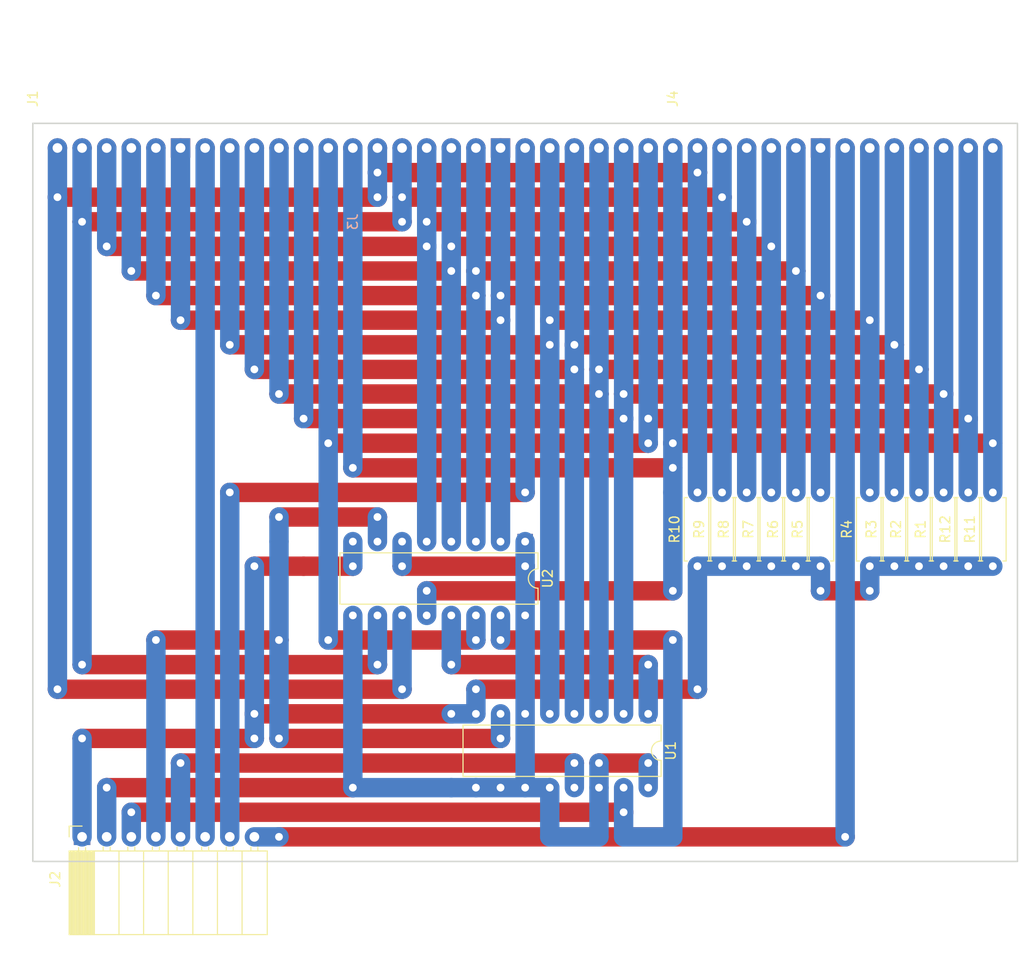
<source format=kicad_pcb>
(kicad_pcb (version 20211014) (generator pcbnew)
  (layers (0 "F.Cu" signal) (31 "B.Cu" signal) (34 "B.Paste" user) (35 "F.Paste" user) (36 "B.SilkS" user "B.Silkscreen") (37 "F.SilkS" user "F.Silkscreen") (38 "B.Mask" user) (39 "F.Mask" user) (44 "Edge.Cuts" user))
  (net 0 "")
  (net 1 "/C00")
  (net 2 "/C01")
  (net 3 "/C02")
  (net 4 "/C03")
  (net 5 "/C04")
  (net 6 "/C05")
  (net 7 "/C06")
  (net 8 "/C07")
  (net 9 "/C08")
  (net 10 "/C09")
  (net 11 "/C10")
  (net 12 "/C11")
  (net 13 "/R0")
  (net 14 "GND")
  (net 15 "VCC")
  (net 16 "/LOAD")
  (net 17 "/CLK")
  (net 18 "/DATA")
  (net 19 "/R1")
  (net 20 "/R2")
  (net 21 "/DATA1")
  (footprint "For_Rasterboard:R_Axial_DIN0207_L6.3mm_D2.5mm_P7.62mm_Horizontal" (layer "F.Cu") (at 185.42 142.24 90)
    (fp_text reference "R8" (at 3.81 -2.37 90) (layer "F.SilkS"))
    (fp_text value "1k")
    (fp_line (start 0.54 1.37) (end 7.08 1.37) (layer "F.SilkS") (width 0.12))
    (fp_line (start 0.54 1.04) (end 0.54 1.37) (layer "F.SilkS") (width 0.12))
    (fp_line (start 7.08 -1.37) (end 7.08 -1.04) (layer "F.SilkS") (width 0.12))
    (fp_line (start 7.08 1.37) (end 7.08 1.04) (layer "F.SilkS") (width 0.12))
    (fp_line (start 0.54 -1.04) (end 0.54 -1.37) (layer "F.SilkS") (width 0.12))
    (fp_line (start 0.54 -1.37) (end 7.08 -1.37) (layer "F.SilkS") (width 0.12))
    (pad "1" thru_hole circle (at 0 0 90) (size 1.6 1.6) (drill 0.8) (layers *.Cu *.Mask) (net 14 "GND"))
    (pad "2" thru_hole oval (at 7.62 0 90) (size 1.6 1.6) (drill 0.8) (layers *.Cu *.Mask) (net 4 "/C03"))
  )
  (footprint "Connector_PinSocket_2.54mm:PinSocket_1x08_P2.54mm_Horizontal" (layer "F.Cu") (at 116.84 170.18 90)
    (fp_text reference "J2" (at -4.38 -2.77 90) (layer "F.SilkS"))
    (fp_text value "1x8 2.54mm female 90deg")
    (fp_line (start -10.09 13.97) (end -1.46 13.97) (layer "F.SilkS") (width 0.12))
    (fp_line (start -10.09 -0.97381) (end -1.46 -0.97381) (layer "F.SilkS") (width 0.12))
    (fp_line (start 1.11 -1.33) (end 1.11 0) (layer "F.SilkS") (width 0.12))
    (fp_line (start -10.09 -1.33) (end -1.46 -1.33) (layer "F.SilkS") (width 0.12))
    (fp_line (start -10.09 0.67952) (end -1.46 0.67952) (layer "F.SilkS") (width 0.12))
    (fp_line (start -1.46 0.36) (end -1.11 0.36) (layer "F.SilkS") (width 0.12))
    (fp_line (start -10.09 -0.147145) (end -1.46 -0.147145) (layer "F.SilkS") (width 0.12))
    (fp_line (start -10.09 6.35) (end -1.46 6.35) (layer "F.SilkS") (width 0.12))
    (fp_line (start -10.09 -1.091905) (end -1.46 -1.091905) (layer "F.SilkS") (width 0.12))
    (fp_line (start -1.46 13.06) (end -1.05 13.06) (layer "F.SilkS") (width 0.12))
    (fp_line (start -10.09 11.43) (end -1.46 11.43) (layer "F.SilkS") (width 0.12))
    (fp_line (start -1.46 18.14) (end -1.05 18.14) (layer "F.SilkS") (width 0.12))
    (fp_line (start -1.46 9.8) (end -1.05 9.8) (layer "F.SilkS") (width 0.12))
    (fp_line (start -10.09 -1.21) (end -1.46 -1.21) (layer "F.SilkS") (width 0.12))
    (fp_line (start -1.46 17.42) (end -1.05 17.42) (layer "F.SilkS") (width 0.12))
    (fp_line (start -1.46 15.6) (end -1.05 15.6) (layer "F.SilkS") (width 0.12))
    (fp_line (start -1.46 4.72) (end -1.05 4.72) (layer "F.SilkS") (width 0.12))
    (fp_line (start -1.46 5.44) (end -1.05 5.44) (layer "F.SilkS") (width 0.12))
    (fp_line (start -10.09 1.1519) (end -1.46 1.1519) (layer "F.SilkS") (width 0.12))
    (fp_line (start -10.09 -0.02905) (end -1.46 -0.02905) (layer "F.SilkS") (width 0.12))
    (fp_line (start -10.09 -0.26524) (end -1.46 -0.26524) (layer "F.SilkS") (width 0.12))
    (fp_line (start 0 -1.33) (end 1.11 -1.33) (layer "F.SilkS") (width 0.12))
    (fp_line (start -10.09 -0.383335) (end -1.46 -0.383335) (layer "F.SilkS") (width 0.12))
    (fp_line (start -1.46 2.18) (end -1.05 2.18) (layer "F.SilkS") (width 0.12))
    (fp_line (start -10.09 19.11) (end -1.46 19.11) (layer "F.SilkS") (width 0.12))
    (fp_line (start -10.09 0.20714) (end -1.46 0.20714) (layer "F.SilkS") (width 0.12))
    (fp_line (start -10.09 8.89) (end -1.46 8.89) (layer "F.SilkS") (width 0.12))
    (fp_line (start -1.46 12.34) (end -1.05 12.34) (layer "F.SilkS") (width 0.12))
    (fp_line (start -10.09 0.325235) (end -1.46 0.325235) (layer "F.SilkS") (width 0.12))
    (fp_line (start -1.46 7.98) (end -1.05 7.98) (layer "F.SilkS") (width 0.12))
    (fp_line (start -10.09 -1.33) (end -10.09 19.11) (layer "F.SilkS") (width 0.12))
    (fp_line (start -10.09 0.44333) (end -1.46 0.44333) (layer "F.SilkS") (width 0.12))
    (fp_line (start -10.09 -0.73762) (end -1.46 -0.73762) (layer "F.SilkS") (width 0.12))
    (fp_line (start -10.09 -0.855715) (end -1.46 -0.855715) (layer "F.SilkS") (width 0.12))
    (fp_line (start -10.09 -0.50143) (end -1.46 -0.50143) (layer "F.SilkS") (width 0.12))
    (fp_line (start -1.46 7.26) (end -1.05 7.26) (layer "F.SilkS") (width 0.12))
    (fp_line (start -1.46 2.9) (end -1.05 2.9) (layer "F.SilkS") (width 0.12))
    (fp_line (start -10.09 -0.619525) (end -1.46 -0.619525) (layer "F.SilkS") (width 0.12))
    (fp_line (start -10.09 0.089045) (end -1.46 0.089045) (layer "F.SilkS") (width 0.12))
    (fp_line (start -1.46 14.88) (end -1.05 14.88) (layer "F.SilkS") (width 0.12))
    (fp_line (start -10.09 0.561425) (end -1.46 0.561425) (layer "F.SilkS") (width 0.12))
    (fp_line (start -1.46 -1.33) (end -1.46 19.11) (layer "F.SilkS") (width 0.12))
    (fp_line (start -10.09 16.51) (end -1.46 16.51) (layer "F.SilkS") (width 0.12))
    (fp_line (start -1.46 10.52) (end -1.05 10.52) (layer "F.SilkS") (width 0.12))
    (fp_line (start -10.09 0.797615) (end -1.46 0.797615) (layer "F.SilkS") (width 0.12))
    (fp_line (start -10.09 0.91571) (end -1.46 0.91571) (layer "F.SilkS") (width 0.12))
    (fp_line (start -10.09 1.033805) (end -1.46 1.033805) (layer "F.SilkS") (width 0.12))
    (fp_line (start -10.09 1.27) (end -1.46 1.27) (layer "F.SilkS") (width 0.12))
    (fp_line (start -1.46 -0.36) (end -1.11 -0.36) (layer "F.SilkS") (width 0.12))
    (fp_line (start -10.09 3.81) (end -1.46 3.81) (layer "F.SilkS") (width 0.12))
    (pad "1" thru_hole rect (at 0 0 90) (size 1.7 1.7) (drill 1) (layers *.Cu *.Mask) (net 14 "GND"))
    (pad "2" thru_hole oval (at 0 2.54 90) (size 1.7 1.7) (drill 1) (layers *.Cu *.Mask) (net 15 "VCC"))
    (pad "3" thru_hole oval (at 0 5.08 90) (size 1.7 1.7) (drill 1) (layers *.Cu *.Mask) (net 16 "/LOAD"))
    (pad "4" thru_hole oval (at 0 7.62 90) (size 1.7 1.7) (drill 1) (layers *.Cu *.Mask) (net 17 "/CLK"))
    (pad "5" thru_hole oval (at 0 10.16 90) (size 1.7 1.7) (drill 1) (layers *.Cu *.Mask) (net 18 "/DATA"))
    (pad "6" thru_hole oval (at 0 12.7 90) (size 1.7 1.7) (drill 1) (layers *.Cu *.Mask) (net 13 "/R0"))
    (pad "7" thru_hole oval (at 0 15.24 90) (size 1.7 1.7) (drill 1) (layers *.Cu *.Mask) (net 19 "/R1"))
    (pad "8" thru_hole oval (at 0 17.78 90) (size 1.7 1.7) (drill 1) (layers *.Cu *.Mask) (net 20 "/R2"))
  )
  (footprint "For_Rasterboard:R_Axial_DIN0207_L6.3mm_D2.5mm_P7.62mm_Horizontal" (layer "F.Cu") (at 198.12 142.24 90)
    (fp_text reference "R4" (at 3.81 -2.37 90) (layer "F.SilkS"))
    (fp_text value "1k")
    (fp_line (start 0.54 -1.37) (end 7.08 -1.37) (layer "F.SilkS") (width 0.12))
    (fp_line (start 0.54 1.37) (end 7.08 1.37) (layer "F.SilkS") (width 0.12))
    (fp_line (start 0.54 1.04) (end 0.54 1.37) (layer "F.SilkS") (width 0.12))
    (fp_line (start 7.08 -1.37) (end 7.08 -1.04) (layer "F.SilkS") (width 0.12))
    (fp_line (start 7.08 1.37) (end 7.08 1.04) (layer "F.SilkS") (width 0.12))
    (fp_line (start 0.54 -1.04) (end 0.54 -1.37) (layer "F.SilkS") (width 0.12))
    (pad "1" thru_hole circle (at 0 0 90) (size 1.6 1.6) (drill 0.8) (layers *.Cu *.Mask) (net 14 "GND"))
    (pad "2" thru_hole oval (at 7.62 0 90) (size 1.6 1.6) (drill 0.8) (layers *.Cu *.Mask) (net 12 "/C11"))
  )
  (footprint "For_Rasterboard:R_Axial_DIN0207_L6.3mm_D2.5mm_P7.62mm_Horizontal" (layer "F.Cu") (at 193.04 142.24 90)
    (fp_text reference "R5" (at 3.81 -2.37 90) (layer "F.SilkS"))
    (fp_text value "1k")
    (fp_line (start 0.54 1.37) (end 7.08 1.37) (layer "F.SilkS") (width 0.12))
    (fp_line (start 0.54 -1.37) (end 7.08 -1.37) (layer "F.SilkS") (width 0.12))
    (fp_line (start 7.08 1.37) (end 7.08 1.04) (layer "F.SilkS") (width 0.12))
    (fp_line (start 0.54 1.04) (end 0.54 1.37) (layer "F.SilkS") (width 0.12))
    (fp_line (start 7.08 -1.37) (end 7.08 -1.04) (layer "F.SilkS") (width 0.12))
    (fp_line (start 0.54 -1.04) (end 0.54 -1.37) (layer "F.SilkS") (width 0.12))
    (pad "1" thru_hole circle (at 0 0 90) (size 1.6 1.6) (drill 0.8) (layers *.Cu *.Mask) (net 14 "GND"))
    (pad "2" thru_hole oval (at 7.62 0 90) (size 1.6 1.6) (drill 0.8) (layers *.Cu *.Mask) (net 1 "/C00"))
  )
  (footprint "For_Rasterboard:SW_Rot_1x12_Daughterbrd_Conn" (layer "F.Cu") (at 195.58 99.06 90)
    (fp_text reference "J4" (at 5.08 -17.78 90 unlocked) (layer "F.SilkS"))
    (fp_text value "1x13 2.54mm male 90deg")
    (pad "1" thru_hole rect (at 0 -2.54 90) (size 2 2) (drill 1) (layers *.Cu *.Mask) (net 1 "/C00"))
    (pad "2" thru_hole circle (at 0 -5.08 90) (size 2 2) (drill 1) (layers *.Cu *.Mask) (net 2 "/C01"))
    (pad "3" thru_hole circle (at 0 -7.62 90) (size 2 2) (drill 1) (layers *.Cu *.Mask) (net 3 "/C02"))
    (pad "4" thru_hole circle (at 0 -10.16 90) (size 2 2) (drill 1) (layers *.Cu *.Mask) (net 4 "/C03"))
    (pad "5" thru_hole circle (at 0 -12.7 90) (size 2 2) (drill 1) (layers *.Cu *.Mask) (net 5 "/C04"))
    (pad "6" thru_hole circle (at 0 -15.24 90) (size 2 2) (drill 1) (layers *.Cu *.Mask) (net 6 "/C05"))
    (pad "7" thru_hole circle (at 0 15.24 90) (size 2 2) (drill 1) (layers *.Cu *.Mask) (net 7 "/C06"))
    (pad "8" thru_hole circle (at 0 12.7 90) (size 2 2) (drill 1) (layers *.Cu *.Mask) (net 8 "/C07"))
    (pad "9" thru_hole circle (at 0 10.16 90) (size 2 2) (drill 1) (layers *.Cu *.Mask) (net 9 "/C08"))
    (pad "10" thru_hole circle (at 0 7.62 90) (size 2 2) (drill 1) (layers *.Cu *.Mask) (net 10 "/C09"))
    (pad "11" thru_hole circle (at 0 5.08 90) (size 2 2) (drill 1) (layers *.Cu *.Mask) (net 11 "/C10"))
    (pad "12" thru_hole circle (at 0 2.54 90) (size 2 2) (drill 1) (layers *.Cu *.Mask) (net 12 "/C11"))
    (pad "13" thru_hole circle (at 0 0 90) (size 2 2) (drill 1) (layers *.Cu *.Mask) (net 20 "/R2"))
  )
  (footprint "For_Rasterboard:R_Axial_DIN0207_L6.3mm_D2.5mm_P7.62mm_Horizontal" (layer "F.Cu") (at 182.88 142.24 90)
    (fp_text reference "R9" (at 3.81 -2.37 90) (layer "F.SilkS"))
    (fp_text value "1k")
    (fp_line (start 0.54 1.04) (end 0.54 1.37) (layer "F.SilkS") (width 0.12))
    (fp_line (start 0.54 1.37) (end 7.08 1.37) (layer "F.SilkS") (width 0.12))
    (fp_line (start 0.54 -1.37) (end 7.08 -1.37) (layer "F.SilkS") (width 0.12))
    (fp_line (start 7.08 1.37) (end 7.08 1.04) (layer "F.SilkS") (width 0.12))
    (fp_line (start 7.08 -1.37) (end 7.08 -1.04) (layer "F.SilkS") (width 0.12))
    (fp_line (start 0.54 -1.04) (end 0.54 -1.37) (layer "F.SilkS") (width 0.12))
    (pad "1" thru_hole circle (at 0 0 90) (size 1.6 1.6) (drill 0.8) (layers *.Cu *.Mask) (net 14 "GND"))
    (pad "2" thru_hole oval (at 7.62 0 90) (size 1.6 1.6) (drill 0.8) (layers *.Cu *.Mask) (net 5 "/C04"))
  )
  (footprint "For_Rasterboard:R_Axial_DIN0207_L6.3mm_D2.5mm_P7.62mm_Horizontal" (layer "F.Cu") (at 187.96 142.24 90)
    (fp_text reference "R7" (at 3.81 -2.37 90) (layer "F.SilkS"))
    (fp_text value "1k")
    (fp_line (start 0.54 -1.37) (end 7.08 -1.37) (layer "F.SilkS") (width 0.12))
    (fp_line (start 7.08 -1.37) (end 7.08 -1.04) (layer "F.SilkS") (width 0.12))
    (fp_line (start 0.54 1.04) (end 0.54 1.37) (layer "F.SilkS") (width 0.12))
    (fp_line (start 0.54 1.37) (end 7.08 1.37) (layer "F.SilkS") (width 0.12))
    (fp_line (start 0.54 -1.04) (end 0.54 -1.37) (layer "F.SilkS") (width 0.12))
    (fp_line (start 7.08 1.37) (end 7.08 1.04) (layer "F.SilkS") (width 0.12))
    (pad "1" thru_hole circle (at 0 0 90) (size 1.6 1.6) (drill 0.8) (layers *.Cu *.Mask) (net 14 "GND"))
    (pad "2" thru_hole oval (at 7.62 0 90) (size 1.6 1.6) (drill 0.8) (layers *.Cu *.Mask) (net 3 "/C02"))
  )
  (footprint "Package_DIP:DIP-16_W7.62mm" (layer "F.Cu") (at 162.56 139.7 -90)
    (fp_text reference "U2" (at 3.81 -2.33 90) (layer "F.SilkS"))
    (fp_text value "74LS166")
    (fp_line (start 2.81 -1.33) (end 1.16 -1.33) (layer "F.SilkS") (width 0.12))
    (fp_line (start 1.16 19.11) (end 6.46 19.11) (layer "F.SilkS") (width 0.12))
    (fp_line (start 6.46 -1.33) (end 4.81 -1.33) (layer "F.SilkS") (width 0.12))
    (fp_line (start 6.46 19.11) (end 6.46 -1.33) (layer "F.SilkS") (width 0.12))
    (fp_line (start 1.16 -1.33) (end 1.16 19.11) (layer "F.SilkS") (width 0.12))
    (fp_arc (start 4.81 -1.33) (mid 3.81 -0.33) (end 2.81 -1.33) (layer "F.SilkS") (width 0.12))
    (pad "1" thru_hole rect (at 0 0 270) (size 1.6 1.6) (drill 0.8) (layers *.Cu *.Mask) (net 15 "VCC"))
    (pad "2" thru_hole oval (at 0 2.54 270) (size 1.6 1.6) (drill 0.8) (layers *.Cu *.Mask) (net 1 "/C00"))
    (pad "3" thru_hole oval (at 0 5.08 270) (size 1.6 1.6) (drill 0.8) (layers *.Cu *.Mask) (net 2 "/C01"))
    (pad "4" thru_hole oval (at 0 7.62 270) (size 1.6 1.6) (drill 0.8) (layers *.Cu *.Mask) (net 3 "/C02"))
    (pad "5" thru_hole oval (at 0 10.16 270) (size 1.6 1.6) (drill 0.8) (layers *.Cu *.Mask) (net 4 "/C03"))
    (pad "6" thru_hole oval (at 0 12.7 270) (size 1.6 1.6) (drill 0.8) (layers *.Cu *.Mask) (net 15 "VCC"))
    (pad "7" thru_hole oval (at 0 15.24 270) (size 1.6 1.6) (drill 0.8) (layers *.Cu *.Mask) (net 17 "/CLK"))
    (pad "8" thru_hole oval (at 0 17.78 270) (size 1.6 1.6) (drill 0.8) (layers *.Cu *.Mask) (net 14 "GND"))
    (pad "9" thru_hole oval (at 7.62 17.78 270) (size 1.6 1.6) (drill 0.8) (layers *.Cu *.Mask) (net 15 "VCC"))
    (pad "10" thru_hole oval (at 7.62 15.24 270) (size 1.6 1.6) (drill 0.8) (layers *.Cu *.Mask) (net 5 "/C04"))
    (pad "11" thru_hole oval (at 7.62 12.7 270) (size 1.6 1.6) (drill 0.8) (layers *.Cu *.Mask) (net 6 "/C05"))
    (pad "12" thru_hole oval (at 7.62 10.16 270) (size 1.6 1.6) (drill 0.8) (layers *.Cu *.Mask) (net 7 "/C06"))
    (pad "13" thru_hole oval (at 7.62 7.62 270) (size 1.6 1.6) (drill 0.8) (layers *.Cu *.Mask) (net 21 "/DATA1"))
    (pad "14" thru_hole oval (at 7.62 5.08 270) (size 1.6 1.6) (drill 0.8) (layers *.Cu *.Mask) (net 8 "/C07"))
    (pad "15" thru_hole oval (at 7.62 2.54 270) (size 1.6 1.6) (drill 0.8) (layers *.Cu *.Mask) (net 16 "/LOAD"))
    (pad "16" thru_hole oval (at 7.62 0 270) (size 1.6 1.6) (drill 0.8) (layers *.Cu *.Mask) (net 15 "VCC"))
  )
  (footprint "For_Rasterboard:R_Axial_DIN0207_L6.3mm_D2.5mm_P7.62mm_Horizontal" (layer "F.Cu") (at 180.34 142.24 90)
    (fp_text reference "R10" (at 3.81 -2.37 90) (layer "F.SilkS"))
    (fp_text value "1k")
    (fp_line (start 7.08 -1.37) (end 7.08 -1.04) (layer "F.SilkS") (width 0.12))
    (fp_line (start 0.54 1.37) (end 7.08 1.37) (layer "F.SilkS") (width 0.12))
    (fp_line (start 0.54 -1.37) (end 7.08 -1.37) (layer "F.SilkS") (width 0.12))
    (fp_line (start 7.08 1.37) (end 7.08 1.04) (layer "F.SilkS") (width 0.12))
    (fp_line (start 0.54 1.04) (end 0.54 1.37) (layer "F.SilkS") (width 0.12))
    (fp_line (start 0.54 -1.04) (end 0.54 -1.37) (layer "F.SilkS") (width 0.12))
    (pad "1" thru_hole circle (at 0 0 90) (size 1.6 1.6) (drill 0.8) (layers *.Cu *.Mask) (net 14 "GND"))
    (pad "2" thru_hole oval (at 7.62 0 90) (size 1.6 1.6) (drill 0.8) (layers *.Cu *.Mask) (net 6 "/C05"))
  )
  (footprint "For_Rasterboard:R_Axial_DIN0207_L6.3mm_D2.5mm_P7.62mm_Horizontal" (layer "F.Cu") (at 210.82 142.24 90)
    (fp_text reference "R11" (at 3.81 -2.37 90) (layer "F.SilkS"))
    (fp_text value "1k")
    (fp_line (start 0.54 -1.37) (end 7.08 -1.37) (layer "F.SilkS") (width 0.12))
    (fp_line (start 0.54 1.37) (end 7.08 1.37) (layer "F.SilkS") (width 0.12))
    (fp_line (start 0.54 1.04) (end 0.54 1.37) (layer "F.SilkS") (width 0.12))
    (fp_line (start 7.08 -1.37) (end 7.08 -1.04) (layer "F.SilkS") (width 0.12))
    (fp_line (start 7.08 1.37) (end 7.08 1.04) (layer "F.SilkS") (width 0.12))
    (fp_line (start 0.54 -1.04) (end 0.54 -1.37) (layer "F.SilkS") (width 0.12))
    (pad "1" thru_hole circle (at 0 0 90) (size 1.6 1.6) (drill 0.8) (layers *.Cu *.Mask) (net 14 "GND"))
    (pad "2" thru_hole oval (at 7.62 0 90) (size 1.6 1.6) (drill 0.8) (layers *.Cu *.Mask) (net 7 "/C06"))
  )
  (footprint "For_Rasterboard:R_Axial_DIN0207_L6.3mm_D2.5mm_P7.62mm_Horizontal" (layer "F.Cu") (at 205.74 142.24 90)
    (fp_text reference "R1" (at 3.81 -2.37 90) (layer "F.SilkS"))
    (fp_text value "1k")
    (fp_line (start 0.54 -1.04) (end 0.54 -1.37) (layer "F.SilkS") (width 0.12))
    (fp_line (start 0.54 1.37) (end 7.08 1.37) (layer "F.SilkS") (width 0.12))
    (fp_line (start 0.54 -1.37) (end 7.08 -1.37) (layer "F.SilkS") (width 0.12))
    (fp_line (start 7.08 1.37) (end 7.08 1.04) (layer "F.SilkS") (width 0.12))
    (fp_line (start 7.08 -1.37) (end 7.08 -1.04) (layer "F.SilkS") (width 0.12))
    (fp_line (start 0.54 1.04) (end 0.54 1.37) (layer "F.SilkS") (width 0.12))
    (pad "1" thru_hole circle (at 0 0 90) (size 1.6 1.6) (drill 0.8) (layers *.Cu *.Mask) (net 14 "GND"))
    (pad "2" thru_hole oval (at 7.62 0 90) (size 1.6 1.6) (drill 0.8) (layers *.Cu *.Mask) (net 9 "/C08"))
  )
  (footprint "For_Rasterboard:R_Axial_DIN0207_L6.3mm_D2.5mm_P7.62mm_Horizontal" (layer "F.Cu") (at 190.5 142.24 90)
    (fp_text reference "R6" (at 3.81 -2.37 90) (layer "F.SilkS"))
    (fp_text value "1k")
    (fp_line (start 7.08 -1.37) (end 7.08 -1.04) (layer "F.SilkS") (width 0.12))
    (fp_line (start 0.54 -1.37) (end 7.08 -1.37) (layer "F.SilkS") (width 0.12))
    (fp_line (start 0.54 -1.04) (end 0.54 -1.37) (layer "F.SilkS") (width 0.12))
    (fp_line (start 0.54 1.37) (end 7.08 1.37) (layer "F.SilkS") (width 0.12))
    (fp_line (start 0.54 1.04) (end 0.54 1.37) (layer "F.SilkS") (width 0.12))
    (fp_line (start 7.08 1.37) (end 7.08 1.04) (layer "F.SilkS") (width 0.12))
    (pad "1" thru_hole circle (at 0 0 90) (size 1.6 1.6) (drill 0.8) (layers *.Cu *.Mask) (net 14 "GND"))
    (pad "2" thru_hole oval (at 7.62 0 90) (size 1.6 1.6) (drill 0.8) (layers *.Cu *.Mask) (net 2 "/C01"))
  )
  (footprint "For_Rasterboard:R_Axial_DIN0207_L6.3mm_D2.5mm_P7.62mm_Horizontal" (layer "F.Cu") (at 200.66 142.24 90)
    (fp_text reference "R3" (at 3.81 -2.37 90) (layer "F.SilkS"))
    (fp_text value "1k")
    (fp_line (start 0.54 -1.37) (end 7.08 -1.37) (layer "F.SilkS") (width 0.12))
    (fp_line (start 7.08 1.37) (end 7.08 1.04) (layer "F.SilkS") (width 0.12))
    (fp_line (start 0.54 -1.04) (end 0.54 -1.37) (layer "F.SilkS") (width 0.12))
    (fp_line (start 7.08 -1.37) (end 7.08 -1.04) (layer "F.SilkS") (width 0.12))
    (fp_line (start 0.54 1.37) (end 7.08 1.37) (layer "F.SilkS") (width 0.12))
    (fp_line (start 0.54 1.04) (end 0.54 1.37) (layer "F.SilkS") (width 0.12))
    (pad "1" thru_hole circle (at 0 0 90) (size 1.6 1.6) (drill 0.8) (layers *.Cu *.Mask) (net 14 "GND"))
    (pad "2" thru_hole oval (at 7.62 0 90) (size 1.6 1.6) (drill 0.8) (layers *.Cu *.Mask) (net 11 "/C10"))
  )
  (footprint "For_Rasterboard:SW_Rot_1x12_Daughterbrd_Conn" (layer "F.Cu") (at 129.54 99.06 90)
    (fp_text reference "J1" (at 5.08 -17.78 90 unlocked) (layer "F.SilkS"))
    (fp_text value "1x13 2.54mm male 90deg")
    (pad "1" thru_hole rect (at 0 -2.54 90) (size 2 2) (drill 1) (layers *.Cu *.Mask) (net 1 "/C00"))
    (pad "2" thru_hole circle (at 0 -5.08 90) (size 2 2) (drill 1) (layers *.Cu *.Mask) (net 2 "/C01"))
    (pad "3" thru_hole circle (at 0 -7.62 90) (size 2 2) (drill 1) (layers *.Cu *.Mask) (net 3 "/C02"))
    (pad "4" thru_hole circle (at 0 -10.16 90) (size 2 2) (drill 1) (layers *.Cu *.Mask) (net 4 "/C03"))
    (pad "5" thru_hole circle (at 0 -12.7 90) (size 2 2) (drill 1) (layers *.Cu *.Mask) (net 5 "/C04"))
    (pad "6" thru_hole circle (at 0 -15.24 90) (size 2 2) (drill 1) (layers *.Cu *.Mask) (net 6 "/C05"))
    (pad "7" thru_hole circle (at 0 15.24 90) (size 2 2) (drill 1) (layers *.Cu *.Mask) (net 7 "/C06"))
    (pad "8" thru_hole circle (at 0 12.7 90) (size 2 2) (drill 1) (layers *.Cu *.Mask) (net 8 "/C07"))
    (pad "9" thru_hole circle (at 0 10.16 90) (size 2 2) (drill 1) (layers *.Cu *.Mask) (net 9 "/C08"))
    (pad "10" thru_hole circle (at 0 7.62 90) (size 2 2) (drill 1) (layers *.Cu *.Mask) (net 10 "/C09"))
    (pad "11" thru_hole circle (at 0 5.08 90) (size 2 2) (drill 1) (layers *.Cu *.Mask) (net 11 "/C10"))
    (pad "12" thru_hole circle (at 0 2.54 90) (size 2 2) (drill 1) (layers *.Cu *.Mask) (net 12 "/C11"))
    (pad "13" thru_hole circle (at 0 0 90) (size 2 2) (drill 1) (layers *.Cu *.Mask) (net 13 "/R0"))
  )
  (footprint "For_Rasterboard:R_Axial_DIN0207_L6.3mm_D2.5mm_P7.62mm_Horizontal" (layer "F.Cu") (at 208.28 142.24 90)
    (fp_text reference "R12" (at 3.81 -2.37 90) (layer "F.SilkS"))
    (fp_text value "1k")
    (fp_line (start 7.08 1.37) (end 7.08 1.04) (layer "F.SilkS") (width 0.12))
    (fp_line (start 0.54 1.37) (end 7.08 1.37) (layer "F.SilkS") (width 0.12))
    (fp_line (start 0.54 -1.37) (end 7.08 -1.37) (layer "F.SilkS") (width 0.12))
    (fp_line (start 7.08 -1.37) (end 7.08 -1.04) (layer "F.SilkS") (width 0.12))
    (fp_line (start 0.54 1.04) (end 0.54 1.37) (layer "F.SilkS") (width 0.12))
    (fp_line (start 0.54 -1.04) (end 0.54 -1.37) (layer "F.SilkS") (width 0.12))
    (pad "1" thru_hole circle (at 0 0 90) (size 1.6 1.6) (drill 0.8) (layers *.Cu *.Mask) (net 14 "GND"))
    (pad "2" thru_hole oval (at 7.62 0 90) (size 1.6 1.6) (drill 0.8) (layers *.Cu *.Mask) (net 8 "/C07"))
  )
  (footprint "For_Rasterboard:R_Axial_DIN0207_L6.3mm_D2.5mm_P7.62mm_Horizontal" (layer "F.Cu") (at 203.2 142.24 90)
    (fp_text reference "R2" (at 3.81 -2.37 90) (layer "F.SilkS"))
    (fp_text value "1k")
    (fp_line (start 7.08 -1.37) (end 7.08 -1.04) (layer "F.SilkS") (width 0.12))
    (fp_line (start 7.08 1.37) (end 7.08 1.04) (layer "F.SilkS") (width 0.12))
    (fp_line (start 0.54 1.37) (end 7.08 1.37) (layer "F.SilkS") (width 0.12))
    (fp_line (start 0.54 1.04) (end 0.54 1.37) (layer "F.SilkS") (width 0.12))
    (fp_line (start 0.54 -1.37) (end 7.08 -1.37) (layer "F.SilkS") (width 0.12))
    (fp_line (start 0.54 -1.04) (end 0.54 -1.37) (layer "F.SilkS") (width 0.12))
    (pad "1" thru_hole circle (at 0 0 90) (size 1.6 1.6) (drill 0.8) (layers *.Cu *.Mask) (net 14 "GND"))
    (pad "2" thru_hole oval (at 7.62 0 90) (size 1.6 1.6) (drill 0.8) (layers *.Cu *.Mask) (net 10 "/C09"))
  )
  (footprint "Package_DIP:DIP-16_W7.62mm" (layer "F.Cu") (at 175.26 157.48 -90)
    (fp_text reference "U1" (at 3.81 -2.33 90) (layer "F.SilkS"))
    (fp_text value "74LS166")
    (fp_line (start 1.16 19.11) (end 6.46 19.11) (layer "F.SilkS") (width 0.12))
    (fp_line (start 6.46 -1.33) (end 4.81 -1.33) (layer "F.SilkS") (width 0.12))
    (fp_line (start 2.81 -1.33) (end 1.16 -1.33) (layer "F.SilkS") (width 0.12))
    (fp_line (start 6.46 19.11) (end 6.46 -1.33) (layer "F.SilkS") (width 0.12))
    (fp_line (start 1.16 -1.33) (end 1.16 19.11) (layer "F.SilkS") (width 0.12))
    (fp_arc (start 4.81 -1.33) (mid 3.81 -0.33) (end 2.81 -1.33) (layer "F.SilkS") (width 0.12))
    (pad "1" thru_hole rect (at 0 0 270) (size 1.6 1.6) (drill 0.8) (layers *.Cu *.Mask) (net 21 "/DATA1"))
    (pad "2" thru_hole oval (at 0 2.54 270) (size 1.6 1.6) (drill 0.8) (layers *.Cu *.Mask) (net 9 "/C08"))
    (pad "3" thru_hole oval (at 0 5.08 270) (size 1.6 1.6) (drill 0.8) (layers *.Cu *.Mask) (net 10 "/C09"))
    (pad "4" thru_hole oval (at 0 7.62 270) (size 1.6 1.6) (drill 0.8) (layers *.Cu *.Mask) (net 11 "/C10"))
    (pad "5" thru_hole oval (at 0 10.16 270) (size 1.6 1.6) (drill 0.8) (layers *.Cu *.Mask) (net 12 "/C11"))
    (pad "6" thru_hole oval (at 0 12.7 270) (size 1.6 1.6) (drill 0.8) (layers *.Cu *.Mask) (net 15 "VCC"))
    (pad "7" thru_hole oval (at 0 15.24 270) (size 1.6 1.6) (drill 0.8) (layers *.Cu *.Mask) (net 17 "/CLK"))
    (pad "8" thru_hole oval (at 0 17.78 270) (size 1.6 1.6) (drill 0.8) (layers *.Cu *.Mask) (net 14 "GND"))
    (pad "9" thru_hole oval (at 7.62 17.78 270) (size 1.6 1.6) (drill 0.8) (layers *.Cu *.Mask) (net 15 "VCC"))
    (pad "10" thru_hole oval (at 7.62 15.24 270) (size 1.6 1.6) (drill 0.8) (layers *.Cu *.Mask) (net 15 "VCC"))
    (pad "11" thru_hole oval (at 7.62 12.7 270) (size 1.6 1.6) (drill 0.8) (layers *.Cu *.Mask) (net 15 "VCC"))
    (pad "12" thru_hole oval (at 7.62 10.16 270) (size 1.6 1.6) (drill 0.8) (layers *.Cu *.Mask) (net 15 "VCC"))
    (pad "13" thru_hole oval (at 7.62 7.62 270) (size 1.6 1.6) (drill 0.8) (layers *.Cu *.Mask) (net 18 "/DATA"))
    (pad "14" thru_hole oval (at 7.62 5.08 270) (size 1.6 1.6) (drill 0.8) (layers *.Cu *.Mask) (net 15 "VCC"))
    (pad "15" thru_hole oval (at 7.62 2.54 270) (size 1.6 1.6) (drill 0.8) (layers *.Cu *.Mask) (net 16 "/LOAD"))
    (pad "16" thru_hole oval (at 7.62 0 270) (size 1.6 1.6) (drill 0.8) (layers *.Cu *.Mask) (net 15 "VCC"))
  )
  (footprint "For_Rasterboard:SW_Rot_1x12_Daughterbrd_Conn" (layer "B.Cu") (at 162.56 99.06 -90)
    (fp_text reference "J3" (at 7.62 17.78 90 unlocked) (layer "B.SilkS") (effects (justify mirror)))
    (fp_text value "1x13 2.54mm male 90deg")
    (pad "1" thru_hole rect (at 0 2.54 270) (size 2 2) (drill 1) (layers *.Cu *.Mask) (net 1 "/C00"))
    (pad "2" thru_hole circle (at 0 5.08 270) (size 2 2) (drill 1) (layers *.Cu *.Mask) (net 2 "/C01"))
    (pad "3" thru_hole circle (at 0 7.62 270) (size 2 2) (drill 1) (layers *.Cu *.Mask) (net 3 "/C02"))
    (pad "4" thru_hole circle (at 0 10.16 270) (size 2 2) (drill 1) (layers *.Cu *.Mask) (net 4 "/C03"))
    (pad "5" thru_hole circle (at 0 12.7 270) (size 2 2) (drill 1) (layers *.Cu *.Mask) (net 5 "/C04"))
    (pad "6" thru_hole circle (at 0 15.24 270) (size 2 2) (drill 1) (layers *.Cu *.Mask) (net 6 "/C05"))
    (pad "7" thru_hole circle (at 0 -15.24 270) (size 2 2) (drill 1) (layers *.Cu *.Mask) (net 7 "/C06"))
    (pad "8" thru_hole circle (at 0 -12.7 270) (size 2 2) (drill 1) (layers *.Cu *.Mask) (net 8 "/C07"))
    (pad "9" thru_hole circle (at 0 -10.16 270) (size 2 2) (drill 1) (layers *.Cu *.Mask) (net 9 "/C08"))
    (pad "10" thru_hole circle (at 0 -7.62 270) (size 2 2) (drill 1) (layers *.Cu *.Mask) (net 10 "/C09"))
    (pad "11" thru_hole circle (at 0 -5.08 270) (size 2 2) (drill 1) (layers *.Cu *.Mask) (net 11 "/C10"))
    (pad "12" thru_hole circle (at 0 -2.54 270) (size 2 2) (drill 1) (layers *.Cu *.Mask) (net 12 "/C11"))
    (pad "13" thru_hole circle (at 0 0 270) (size 2 2) (drill 1) (layers *.Cu *.Mask) (net 19 "/R1"))
  )
  (gr_rect (start 111.76 96.52) (end 213.36 172.72) (layer "Edge.Cuts") (width 0.15) (fill none))
  (segment (start 160.02 116.84) (end 127 116.84) (width 2) (layer "F.Cu") (net 1))
  (segment (start 160.02 114.3) (end 193.04 114.3) (width 2) (layer "F.Cu") (net 1))
  (via (at 193.04 114.3) (size 2) (drill 0.8) (layers "F.Cu" "B.Cu") (net 1))
  (via (at 160.02 114.3) (size 2) (drill 0.8) (layers "F.Cu" "B.Cu") (net 1))
  (via (at 127 116.84) (size 2) (drill 0.8) (layers "F.Cu" "B.Cu") (net 1))
  (via (at 160.02 116.84) (size 2) (drill 0.8) (layers "F.Cu" "B.Cu") (net 1))
  (segment (start 160.02 116.84) (end 160.02 139.7) (width 2) (layer "B.Cu") (net 1))
  (segment (start 160.02 99.06) (end 160.02 116.84) (width 2) (layer "B.Cu") (net 1))
  (segment (start 193.04 114.3) (end 193.04 134.62) (width 2) (layer "B.Cu") (net 1))
  (segment (start 193.04 99.06) (end 193.04 114.3) (width 2) (layer "B.Cu") (net 1))
  (segment (start 127 116.84) (end 127 99.06) (width 2) (layer "B.Cu") (net 1))
  (segment (start 157.48 111.76) (end 190.5 111.76) (width 2) (layer "F.Cu") (net 2))
  (segment (start 157.48 114.3) (end 124.46 114.3) (width 2) (layer "F.Cu") (net 2))
  (via (at 157.48 111.76) (size 2) (drill 0.8) (layers "F.Cu" "B.Cu") (net 2))
  (via (at 124.46 114.3) (size 2) (drill 0.8) (layers "F.Cu" "B.Cu") (net 2))
  (via (at 190.5 111.76) (size 2) (drill 0.8) (layers "F.Cu" "B.Cu") (net 2))
  (via (at 157.48 114.3) (size 2) (drill 0.8) (layers "F.Cu" "B.Cu") (net 2))
  (segment (start 190.5 111.76) (end 190.5 134.62) (width 2) (layer "B.Cu") (net 2))
  (segment (start 157.48 114.3) (end 157.48 139.7) (width 2) (layer "B.Cu") (net 2))
  (segment (start 190.5 99.06) (end 190.5 111.76) (width 2) (layer "B.Cu") (net 2))
  (segment (start 157.48 99.06) (end 157.48 114.3) (width 2) (layer "B.Cu") (net 2))
  (segment (start 124.46 114.3) (end 124.46 99.06) (width 2) (layer "B.Cu") (net 2))
  (segment (start 154.94 109.22) (end 187.96 109.22) (width 2) (layer "F.Cu") (net 3))
  (segment (start 121.92 111.76) (end 154.94 111.76) (width 2) (layer "F.Cu") (net 3))
  (via (at 187.96 109.22) (size 2) (drill 0.8) (layers "F.Cu" "B.Cu") (net 3))
  (via (at 154.94 111.76) (size 2) (drill 0.8) (layers "F.Cu" "B.Cu") (net 3))
  (via (at 154.94 109.22) (size 2) (drill 0.8) (layers "F.Cu" "B.Cu") (net 3))
  (via (at 121.92 111.76) (size 2) (drill 0.8) (layers "F.Cu" "B.Cu") (net 3))
  (segment (start 121.92 111.76) (end 121.92 99.06) (width 2) (layer "B.Cu") (net 3))
  (segment (start 154.94 111.76) (end 154.94 139.7) (width 2) (layer "B.Cu") (net 3))
  (segment (start 187.96 109.22) (end 187.96 99.06) (width 2) (layer "B.Cu") (net 3))
  (segment (start 187.96 109.22) (end 187.96 134.62) (width 2) (layer "B.Cu") (net 3))
  (segment (start 154.94 111.76) (end 154.94 99.06) (width 2) (layer "B.Cu") (net 3))
  (segment (start 152.4 109.22) (end 119.38 109.22) (width 2) (layer "F.Cu") (net 4))
  (segment (start 152.4 106.68) (end 185.42 106.68) (width 2) (layer "F.Cu") (net 4))
  (via (at 152.4 106.68) (size 2) (drill 0.8) (layers "F.Cu" "B.Cu") (net 4))
  (via (at 119.38 109.22) (size 2) (drill 0.8) (layers "F.Cu" "B.Cu") (net 4))
  (via (at 152.4 109.22) (size 2) (drill 0.8) (layers "F.Cu" "B.Cu") (net 4))
  (via (at 185.42 106.68) (size 2) (drill 0.8) (layers "F.Cu" "B.Cu") (net 4))
  (segment (start 185.42 106.68) (end 185.42 99.06) (width 2) (layer "B.Cu") (net 4))
  (segment (start 185.42 106.68) (end 185.42 134.62) (width 2) (layer "B.Cu") (net 4))
  (segment (start 152.4 109.22) (end 152.4 139.7) (width 2) (layer "B.Cu") (net 4))
  (segment (start 152.4 109.22) (end 152.4 99.06) (width 2) (layer "B.Cu") (net 4))
  (segment (start 119.38 109.22) (end 119.38 99.06) (width 2) (layer "B.Cu") (net 4))
  (segment (start 116.84 152.4) (end 147.32 152.4) (width 2) (layer "F.Cu") (net 5))
  (segment (start 116.84 106.68) (end 149.86 106.68) (width 2) (layer "F.Cu") (net 5))
  (segment (start 149.86 104.14) (end 182.88 104.14) (width 2) (layer "F.Cu") (net 5))
  (via (at 149.86 104.14) (size 2) (drill 0.8) (layers "F.Cu" "B.Cu") (net 5))
  (via (at 116.84 152.4) (size 2) (drill 0.8) (layers "F.Cu" "B.Cu") (net 5))
  (via (at 149.86 106.68) (size 2) (drill 0.8) (layers "F.Cu" "B.Cu") (net 5))
  (via (at 182.88 104.14) (size 2) (drill 0.8) (layers "F.Cu" "B.Cu") (net 5))
  (via (at 147.32 152.4) (size 2) (drill 0.8) (layers "F.Cu" "B.Cu") (net 5))
  (via (at 116.84 106.68) (size 2) (drill 0.8) (layers "F.Cu" "B.Cu") (net 5))
  (segment (start 116.84 106.68) (end 116.84 99.06) (width 2) (layer "B.Cu") (net 5))
  (segment (start 149.86 106.68) (end 149.86 99.06) (width 2) (layer "B.Cu") (net 5))
  (segment (start 116.84 152.4) (end 116.84 106.68) (width 2) (layer "B.Cu") (net 5))
  (segment (start 182.88 104.14) (end 182.88 99.06) (width 2) (layer "B.Cu") (net 5))
  (segment (start 147.32 147.32) (end 147.32 152.4) (width 2) (layer "B.Cu") (net 5))
  (segment (start 182.88 104.14) (end 182.88 134.62) (width 2) (layer "B.Cu") (net 5))
  (segment (start 147.32 104.14) (end 114.3 104.14) (width 2) (layer "F.Cu") (net 6))
  (segment (start 147.32 101.6) (end 180.34 101.6) (width 2) (layer "F.Cu") (net 6))
  (segment (start 149.86 154.94) (end 114.3 154.94) (width 2) (layer "F.Cu") (net 6))
  (via (at 114.3 104.14) (size 2) (drill 0.8) (layers "F.Cu" "B.Cu") (net 6))
  (via (at 149.86 154.94) (size 2) (drill 0.8) (layers "F.Cu" "B.Cu") (net 6))
  (via (at 180.34 101.6) (size 2) (drill 0.8) (layers "F.Cu" "B.Cu") (net 6))
  (via (at 114.3 154.94) (size 2) (drill 0.8) (layers "F.Cu" "B.Cu") (net 6))
  (via (at 147.32 104.14) (size 2) (drill 0.8) (layers "F.Cu" "B.Cu") (net 6))
  (via (at 147.32 101.6) (size 2) (drill 0.8) (layers "F.Cu" "B.Cu") (net 6))
  (segment (start 180.34 101.6) (end 180.34 99.06) (width 2) (layer "B.Cu") (net 6))
  (segment (start 114.3 154.94) (end 114.3 104.14) (width 2) (layer "B.Cu") (net 6))
  (segment (start 180.34 101.6) (end 180.34 134.62) (width 2) (layer "B.Cu") (net 6))
  (segment (start 147.32 101.6) (end 147.32 99.06) (width 2) (layer "B.Cu") (net 6))
  (segment (start 147.32 101.6) (end 147.32 104.14) (width 2) (layer "B.Cu") (net 6))
  (segment (start 149.86 147.32) (end 149.86 154.94) (width 2) (layer "B.Cu") (net 6))
  (segment (start 114.3 104.14) (end 114.3 99.06) (width 2) (layer "B.Cu") (net 6))
  (segment (start 177.8 132.08) (end 144.78 132.08) (width 2) (layer "F.Cu") (net 7))
  (segment (start 210.82 129.54) (end 177.8 129.54) (width 2) (layer "F.Cu") (net 7))
  (segment (start 152.4 144.78) (end 177.8 144.78) (width 2) (layer "F.Cu") (net 7))
  (via (at 210.82 129.54) (size 2) (drill 0.8) (layers "F.Cu" "B.Cu") (net 7))
  (via (at 152.4 144.78) (size 2) (drill 0.8) (layers "F.Cu" "B.Cu") (net 7))
  (via (at 144.78 132.08) (size 2) (drill 0.8) (layers "F.Cu" "B.Cu") (net 7))
  (via (at 177.8 132.08) (size 2) (drill 0.8) (layers "F.Cu" "B.Cu") (net 7))
  (via (at 177.8 144.78) (size 2) (drill 0.8) (layers "F.Cu" "B.Cu") (net 7))
  (via (at 177.8 129.54) (size 2) (drill 0.8) (layers "F.Cu" "B.Cu") (net 7))
  (segment (start 210.82 99.06) (end 210.82 129.54) (width 2) (layer "B.Cu") (net 7))
  (segment (start 177.8 99.06) (end 177.8 129.54) (width 2) (layer "B.Cu") (net 7))
  (segment (start 177.8 144.78) (end 177.8 134.62) (width 2) (layer "B.Cu") (net 7))
  (segment (start 144.78 132.08) (end 144.78 99.06) (width 2) (layer "B.Cu") (net 7))
  (segment (start 177.8 129.54) (end 177.8 132.08) (width 2) (layer "B.Cu") (net 7))
  (segment (start 210.82 134.62) (end 210.82 129.54) (width 2) (layer "B.Cu") (net 7))
  (segment (start 152.4 147.32) (end 152.4 144.78) (width 2) (layer "B.Cu") (net 7))
  (segment (start 177.8 134.62) (end 177.8 132.08) (width 2) (layer "B.Cu") (net 7))
  (segment (start 175.26 127) (end 208.28 127) (width 2) (layer "F.Cu") (net 8))
  (segment (start 142.24 129.54) (end 175.26 129.54) (width 2) (layer "F.Cu") (net 8))
  (segment (start 142.24 149.86) (end 157.48 149.86) (width 2) (layer "F.Cu") (net 8))
  (via (at 208.28 127) (size 2) (drill 0.8) (layers "F.Cu" "B.Cu") (net 8))
  (via (at 142.24 129.54) (size 2) (drill 0.8) (layers "F.Cu" "B.Cu") (net 8))
  (via (at 142.24 149.86) (size 2) (drill 0.8) (layers "F.Cu" "B.Cu") (net 8))
  (via (at 175.26 127) (size 2) (drill 0.8) (layers "F.Cu" "B.Cu") (net 8))
  (via (at 157.48 149.86) (size 2) (drill 0.8) (layers "F.Cu" "B.Cu") (net 8))
  (via (at 175.26 129.54) (size 2) (drill 0.8) (layers "F.Cu" "B.Cu") (net 8))
  (segment (start 157.48 149.86) (end 157.48 147.32) (width 2) (layer "B.Cu") (net 8))
  (segment (start 142.24 129.54) (end 142.24 149.86) (width 2) (layer "B.Cu") (net 8))
  (segment (start 175.26 129.54) (end 175.26 99.06) (width 2) (layer "B.Cu") (net 8))
  (segment (start 208.28 99.06) (end 208.28 134.62) (width 2) (layer "B.Cu") (net 8))
  (segment (start 142.24 99.06) (end 142.24 129.54) (width 2) (layer "B.Cu") (net 8))
  (segment (start 172.72 127) (end 139.7 127) (width 2) (layer "F.Cu") (net 9))
  (segment (start 172.72 124.46) (end 205.74 124.46) (width 2) (layer "F.Cu") (net 9))
  (via (at 172.72 124.46) (size 2) (drill 0.8) (layers "F.Cu" "B.Cu") (net 9))
  (via (at 172.72 127) (size 2) (drill 0.8) (layers "F.Cu" "B.Cu") (net 9))
  (via (at 205.74 124.46) (size 2) (drill 0.8) (layers "F.Cu" "B.Cu") (net 9))
  (via (at 139.7 127) (size 2) (drill 0.8) (layers "F.Cu" "B.Cu") (net 9))
  (segment (start 205.74 99.06) (end 205.74 134.62) (width 2) (layer "B.Cu") (net 9))
  (segment (start 172.72 127) (end 172.72 157.48) (width 2) (layer "B.Cu") (net 9))
  (segment (start 139.7 127) (end 139.7 99.06) (width 2) (layer "B.Cu") (net 9))
  (segment (start 172.72 99.06) (end 172.72 127) (width 2) (layer "B.Cu") (net 9))
  (segment (start 170.18 121.92) (end 203.2 121.92) (width 2) (layer "F.Cu") (net 10))
  (segment (start 170.18 124.46) (end 137.16 124.46) (width 2) (layer "F.Cu") (net 10))
  (via (at 137.16 124.46) (size 2) (drill 0.8) (layers "F.Cu" "B.Cu") (net 10))
  (via (at 203.2 121.92) (size 2) (drill 0.8) (layers "F.Cu" "B.Cu") (net 10))
  (via (at 170.18 124.46) (size 2) (drill 0.8) (layers "F.Cu" "B.Cu") (net 10))
  (via (at 170.18 121.92) (size 2) (drill 0.8) (layers "F.Cu" "B.Cu") (net 10))
  (segment (start 170.18 124.46) (end 170.18 157.48) (width 2) (layer "B.Cu") (net 10))
  (segment (start 203.2 99.06) (end 203.2 134.62) (width 2) (layer "B.Cu") (net 10))
  (segment (start 137.16 124.46) (end 137.16 99.06) (width 2) (layer "B.Cu") (net 10))
  (segment (start 170.18 99.06) (end 170.18 124.46) (width 2) (layer "B.Cu") (net 10))
  (segment (start 167.64 119.38) (end 200.66 119.38) (width 2) (layer "F.Cu") (net 11))
  (segment (start 167.64 121.92) (end 134.62 121.92) (width 2) (layer "F.Cu") (net 11))
  (via (at 167.64 121.92) (size 2) (drill 0.8) (layers "F.Cu" "B.Cu") (net 11))
  (via (at 134.62 121.92) (size 2) (drill 0.8) (layers "F.Cu" "B.Cu") (net 11))
  (via (at 167.64 119.38) (size 2) (drill 0.8) (layers "F.Cu" "B.Cu") (net 11))
  (via (at 200.66 119.38) (size 2) (drill 0.8) (layers "F.Cu" "B.Cu") (net 11))
  (segment (start 134.62 121.92) (end 134.62 99.06) (width 2) (layer "B.Cu") (net 11))
  (segment (start 167.64 99.06) (end 167.64 121.92) (width 2) (layer "B.Cu") (net 11))
  (segment (start 200.66 99.06) (end 200.66 134.62) (width 2) (layer "B.Cu") (net 11))
  (segment (start 167.64 157.48) (end 167.64 121.92) (width 2) (layer "B.Cu") (net 11))
  (segment (start 165.1 116.84) (end 198.12 116.84) (width 2) (layer "F.Cu") (net 12))
  (segment (start 165.1 119.38) (end 132.08 119.38) (width 2) (layer "F.Cu") (net 12))
  (via (at 132.08 119.38) (size 2) (drill 0.8) (layers "F.Cu" "B.Cu") (net 12))
  (via (at 165.1 119.38) (size 2) (drill 0.8) (layers "F.Cu" "B.Cu") (net 12))
  (via (at 198.12 116.84) (size 2) (drill 0.8) (layers "F.Cu" "B.Cu") (net 12))
  (via (at 165.1 116.84) (size 2) (drill 0.8) (layers "F.Cu" "B.Cu") (net 12))
  (segment (start 132.08 119.38) (end 132.08 99.06) (width 2) (layer "B.Cu") (net 12))
  (segment (start 198.12 99.06) (end 198.12 134.62) (width 2) (layer "B.Cu") (net 12))
  (segment (start 165.1 119.38) (end 165.1 157.48) (width 2) (layer "B.Cu") (net 12))
  (segment (start 165.1 99.06) (end 165.1 119.38) (width 2) (layer "B.Cu") (net 12))
  (segment (start 129.54 99.06) (end 129.54 170.18) (width 2) (layer "B.Cu") (net 13))
  (segment (start 157.48 154.94) (end 180.34 154.94) (width 2) (layer "F.Cu") (net 14))
  (segment (start 134.62 142.24) (end 139.7 142.24) (width 2) (layer "F.Cu") (net 14))
  (segment (start 193.04 144.78) (end 198.12 144.78) (width 2) (layer "F.Cu") (net 14))
  (segment (start 116.84 160.02) (end 134.62 160.02) (width 2) (layer "F.Cu") (net 14))
  (segment (start 144.78 142.24) (end 139.7 142.24) (width 2) (layer "F.Cu") (net 14))
  (segment (start 154.94 157.48) (end 134.62 157.48) (width 2) (layer "F.Cu") (net 14))
  (via (at 154.94 157.48) (size 2) (drill 0.8) (layers "F.Cu" "B.Cu") (net 14))
  (via (at 198.12 144.78) (size 2) (drill 0.8) (layers "F.Cu" "B.Cu") (net 14))
  (via (at 180.34 154.94) (size 2) (drill 0.8) (layers "F.Cu" "B.Cu") (net 14))
  (via (at 134.62 157.48) (size 2) (drill 0.8) (layers "F.Cu" "B.Cu") (net 14))
  (via (at 134.62 160.02) (size 2) (drill 0.8) (layers "F.Cu" "B.Cu") (net 14))
  (via (at 193.04 144.78) (size 2) (drill 0.8) (layers "F.Cu" "B.Cu") (net 14))
  (via (at 144.78 142.24) (size 2) (drill 0.8) (layers "F.Cu" "B.Cu") (net 14))
  (via (at 116.84 160.02) (size 2) (drill 0.8) (layers "F.Cu" "B.Cu") (net 14))
  (via (at 157.48 154.94) (size 2) (drill 0.8) (layers "F.Cu" "B.Cu") (net 14))
  (via (at 134.62 142.24) (size 2) (drill 0.8) (layers "F.Cu" "B.Cu") (net 14))
  (segment (start 157.48 157.48) (end 157.48 154.94) (width 2) (layer "B.Cu") (net 14))
  (segment (start 193.04 142.24) (end 193.04 144.78) (width 2) (layer "B.Cu") (net 14))
  (segment (start 116.84 170.18) (end 116.84 160.02) (width 2) (layer "B.Cu") (net 14))
  (segment (start 210.82 142.24) (end 198.12 142.24) (width 2) (layer "B.Cu") (net 14))
  (segment (start 180.34 154.94) (end 180.34 142.24) (width 2) (layer "B.Cu") (net 14))
  (segment (start 198.12 144.78) (end 198.12 142.24) (width 2) (layer "B.Cu") (net 14))
  (segment (start 134.62 160.02) (end 134.62 142.24) (width 2) (layer "B.Cu") (net 14))
  (segment (start 157.48 157.48) (end 154.94 157.48) (width 2) (layer "B.Cu") (net 14))
  (segment (start 193.04 142.24) (end 180.34 142.24) (width 2) (layer "B.Cu") (net 14))
  (segment (start 144.78 139.7) (end 144.78 142.24) (width 2) (layer "B.Cu") (net 14))
  (segment (start 149.86 142.24) (end 162.56 142.24) (width 2) (layer "F.Cu") (net 15))
  (segment (start 119.38 165.1) (end 144.78 165.1) (width 2) (layer "F.Cu") (net 15))
  (segment (start 175.26 162.56) (end 170.18 162.56) (width 2) (layer "F.Cu") (net 15))
  (via (at 162.56 142.24) (size 2) (drill 0.8) (layers "F.Cu" "B.Cu") (net 15))
  (via (at 149.86 142.24) (size 2) (drill 0.8) (layers "F.Cu" "B.Cu") (net 15))
  (via (at 119.38 165.1) (size 2) (drill 0.8) (layers "F.Cu" "B.Cu") (net 15))
  (via (at 170.18 162.56) (size 2) (drill 0.8) (layers "F.Cu" "B.Cu") (net 15))
  (via (at 175.26 162.56) (size 2) (drill 0.8) (layers "F.Cu" "B.Cu") (net 15))
  (via (at 144.78 165.1) (size 2) (drill 0.8) (layers "F.Cu" "B.Cu") (net 15))
  (segment (start 170.18 170.18) (end 170.18 165.1) (width 2) (layer "B.Cu") (net 15))
  (segment (start 119.38 170.18) (end 119.38 165.1) (width 2) (layer "B.Cu") (net 15))
  (segment (start 162.56 142.24) (end 162.56 165.1) (width 2) (layer "B.Cu") (net 15))
  (segment (start 170.18 162.56) (end 170.18 165.1) (width 2) (layer "B.Cu") (net 15))
  (segment (start 157.48 165.1) (end 165.1 165.1) (width 2) (layer "B.Cu") (net 15))
  (segment (start 162.56 142.24) (end 162.56 139.7) (width 2) (layer "B.Cu") (net 15))
  (segment (start 165.1 165.1) (end 165.1 170.18) (width 2) (layer "B.Cu") (net 15))
  (segment (start 149.86 139.7) (end 149.86 142.24) (width 2) (layer "B.Cu") (net 15))
  (segment (start 165.1 170.18) (end 170.18 170.18) (width 2) (layer "B.Cu") (net 15))
  (segment (start 154.94 165.1) (end 144.78 165.1) (width 2) (layer "B.Cu") (net 15))
  (segment (start 144.78 147.32) (end 144.78 165.1) (width 2) (layer "B.Cu") (net 15))
  (segment (start 154.94 165.1) (end 157.48 165.1) (width 2) (layer "B.Cu") (net 15))
  (segment (start 175.26 165.1) (end 175.26 162.56) (width 2) (layer "B.Cu") (net 15))
  (segment (start 160.02 149.86) (end 177.8 149.86) (width 2) (layer "F.Cu") (net 16))
  (segment (start 121.92 167.64) (end 172.72 167.64) (width 2) (layer "F.Cu") (net 16))
  (via (at 177.8 149.86) (size 2) (drill 0.8) (layers "F.Cu" "B.Cu") (net 16))
  (via (at 121.92 167.64) (size 2) (drill 0.8) (layers "F.Cu" "B.Cu") (net 16))
  (via (at 160.02 149.86) (size 2) (drill 0.8) (layers "F.Cu" "B.Cu") (net 16))
  (via (at 172.72 167.64) (size 2) (drill 0.8) (layers "F.Cu" "B.Cu") (net 16))
  (segment (start 172.72 165.1) (end 172.72 170.18) (width 2) (layer "B.Cu") (net 16))
  (segment (start 172.72 170.18) (end 177.8 170.18) (width 2) (layer "B.Cu") (net 16))
  (segment (start 160.02 147.32) (end 160.02 149.86) (width 2) (layer "B.Cu") (net 16))
  (segment (start 177.8 170.18) (end 177.8 149.86) (width 2) (layer "B.Cu") (net 16))
  (segment (start 121.92 170.18) (end 121.92 167.64) (width 2) (layer "B.Cu") (net 16))
  (segment (start 147.32 137.16) (end 137.16 137.16) (width 2) (layer "F.Cu") (net 17))
  (segment (start 137.16 160.02) (end 160.02 160.02) (width 2) (layer "F.Cu") (net 17))
  (segment (start 124.46 149.86) (end 137.16 149.86) (width 2) (layer "F.Cu") (net 17))
  (via (at 160.02 160.02) (size 2) (drill 0.8) (layers "F.Cu" "B.Cu") (net 17))
  (via (at 147.32 137.16) (size 2) (drill 0.8) (layers "F.Cu" "B.Cu") (net 17))
  (via (at 137.16 149.86) (size 2) (drill 0.8) (layers "F.Cu" "B.Cu") (net 17))
  (via (at 124.46 149.86) (size 2) (drill 0.8) (layers "F.Cu" "B.Cu") (net 17))
  (via (at 137.16 160.02) (size 2) (drill 0.8) (layers "F.Cu" "B.Cu") (net 17))
  (via (at 137.16 137.16) (size 2) (drill 0.8) (layers "F.Cu" "B.Cu") (net 17))
  (segment (start 147.32 139.7) (end 147.32 137.16) (width 2) (layer "B.Cu") (net 17))
  (segment (start 137.16 139.7) (end 137.16 160.02) (width 2) (layer "B.Cu") (net 17))
  (segment (start 137.16 137.16) (end 137.16 139.7) (width 2) (layer "B.Cu") (net 17))
  (segment (start 124.46 170.18) (end 124.46 149.86) (width 2) (layer "B.Cu") (net 17))
  (segment (start 160.02 157.48) (end 160.02 160.02) (width 2) (layer "B.Cu") (net 17))
  (segment (start 167.64 162.56) (end 127 162.56) (width 2) (layer "F.Cu") (net 18))
  (via (at 167.64 162.56) (size 2) (drill 0.8) (layers "F.Cu" "B.Cu") (net 18))
  (via (at 127 162.56) (size 2) (drill 0.8) (layers "F.Cu" "B.Cu") (net 18))
  (segment (start 127 162.56) (end 127 170.18) (width 2) (layer "B.Cu") (net 18))
  (segment (start 167.64 162.56) (end 167.64 165.1) (width 2) (layer "B.Cu") (net 18))
  (segment (start 162.56 134.62) (end 132.08 134.62) (width 2) (layer "F.Cu") (net 19))
  (via (at 162.56 134.62) (size 2) (drill 0.8) (layers "F.Cu" "B.Cu") (net 19))
  (via (at 132.08 134.62) (size 2) (drill 0.8) (layers "F.Cu" "B.Cu") (net 19))
  (segment (start 132.08 170.18) (end 132.08 134.62) (width 2) (layer "B.Cu") (net 19))
  (segment (start 162.56 99.06) (end 162.56 134.62) (width 2) (layer "B.Cu") (net 19))
  (segment (start 137.16 170.18) (end 195.58 170.18) (width 2) (layer "F.Cu") (net 20))
  (via (at 137.16 170.18) (size 2) (drill 0.8) (layers "F.Cu" "B.Cu") (net 20))
  (via (at 195.58 170.18) (size 2) (drill 0.8) (layers "F.Cu" "B.Cu") (net 20))
  (segment (start 195.58 170.18) (end 195.58 99.06) (width 2) (layer "B.Cu") (net 20))
  (segment (start 134.62 170.18) (end 137.16 170.18) (width 2) (layer "B.Cu") (net 20))
  (segment (start 154.94 152.4) (end 175.26 152.4) (width 2) (layer "F.Cu") (net 21))
  (via (at 154.94 152.4) (size 2) (drill 0.8) (layers "F.Cu" "B.Cu") (net 21))
  (via (at 175.26 152.4) (size 2) (drill 0.8) (layers "F.Cu" "B.Cu") (net 21))
  (segment (start 175.26 152.4) (end 175.26 157.48) (width 2) (layer "B.Cu") (net 21))
  (segment (start 154.94 147.32) (end 154.94 152.4) (width 2) (layer "B.Cu") (net 21))
)
</source>
